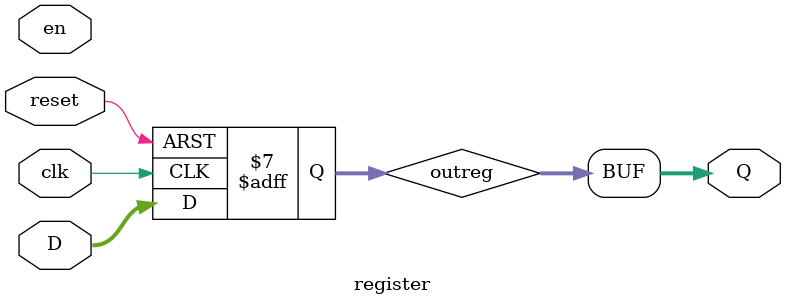
<source format=v>


module register(
    	output wire [5:0] Q,
	input [5:0]D,
	input clk,
	input reset,
	input en
    );

reg [5:0] outreg;
assign Q = outreg;

initial 
		begin 
			outreg<=5'b0;
		end



	always @(posedge clk or posedge reset )
		begin

			if (reset == 1'b1)
				outreg<=0;
			else
				if (en == 1'b1)
					outreg <= D;
				else 
					outreg <= D;		
		end
endmodule

</source>
